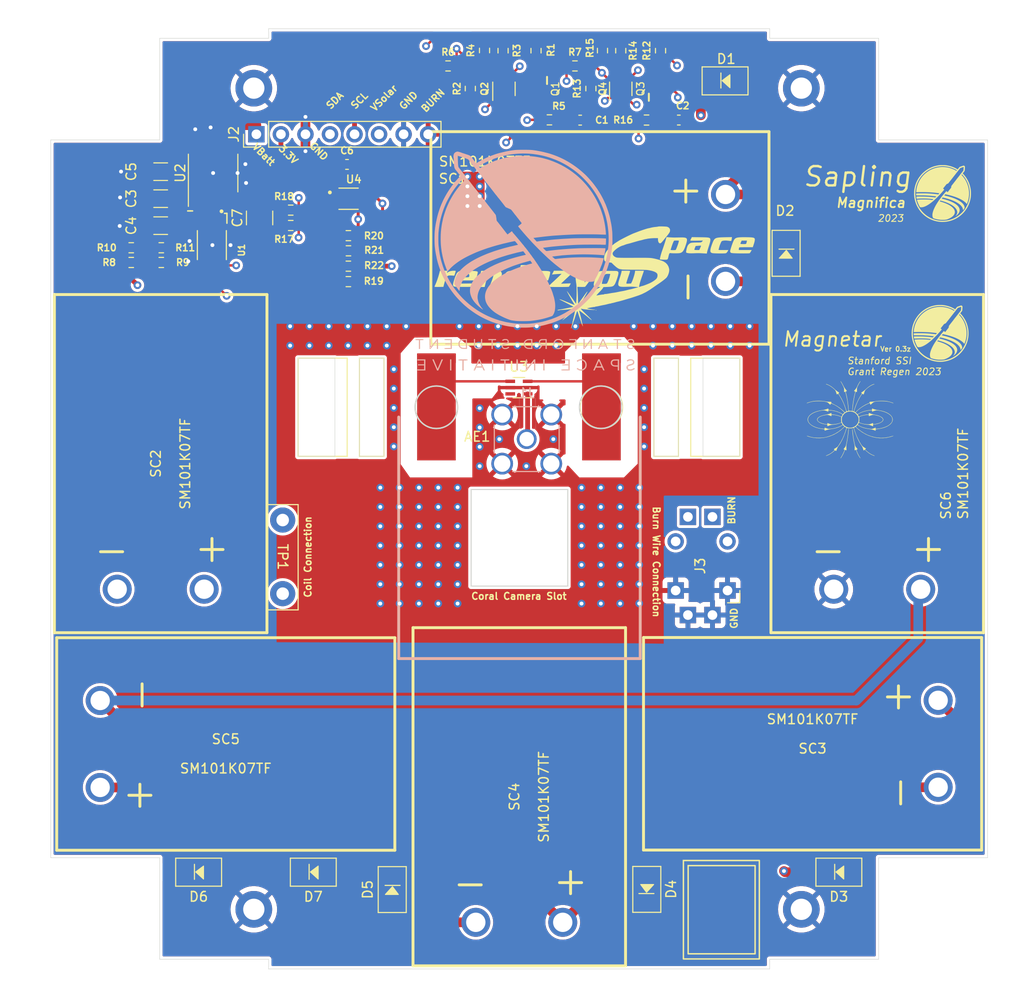
<source format=kicad_pcb>
(kicad_pcb (version 20211014) (generator pcbnew)
  (layers (0 "F.Cu" signal) (1 "In1.Cu" signal) (2 "In2.Cu" signal) (3 "In3.Cu" signal) (4 "In4.Cu" signal) (31 "B.Cu" signal) (34 "B.Paste" user) (35 "F.Paste" user) (36 "B.SilkS" user "B.Silkscreen") (37 "F.SilkS" user "F.Silkscreen") (38 "B.Mask" user) (39 "F.Mask" user) (44 "Edge.Cuts" user))
  (net 0 "")
  (net 1 "Net-(AE1-Pad1)")
  (net 2 "Net-(AE1-Pad2)")
  (net 3 "Net-(R5-Pad1)")
  (net 4 "GND")
  (net 5 "Net-(R16-Pad1)")
  (net 6 "Net-(C3-Pad2)")
  (net 7 "VBATT")
  (net 8 "+3V3")
  (net 9 "VSOLAR")
  (net 10 "Net-(D1-Pad2)")
  (net 11 "Net-(D2-Pad2)")
  (net 12 "Net-(D3-Pad2)")
  (net 13 "Net-(D4-Pad2)")
  (net 14 "Net-(D5-Pad2)")
  (net 15 "Net-(D6-Pad2)")
  (net 16 "Net-(J1-Pad1)")
  (net 17 "SDA")
  (net 18 "SCL")
  (net 19 "Net-(R1-Pad1)")
  (net 20 "Net-(R3-Pad2)")
  (net 21 "Net-(Q2-Pad2)")
  (net 22 "SCL_ISO")
  (net 23 "Net-(Q3-Pad3)")
  (net 24 "Net-(R14-Pad2)")
  (net 25 "Net-(Q4-Pad2)")
  (net 26 "SDA_ISO")
  (net 27 "Net-(R8-Pad2)")
  (net 28 "Net-(R10-Pad2)")
  (net 29 "Net-(R17-Pad1)")
  (net 30 "Coil_IN")
  (net 31 "Net-(R18-Pad1)")
  (net 32 "Coil_OUT")
  (net 33 "Net-(R19-Pad2)")
  (net 37 "BURN")
  (footprint "panels:SM101K07TF" (layer "F.Cu") (at 145.542 84.83 -90)
    (fp_text reference "SC2")
    (fp_text value "SM101K07TF")
  )
  (footprint "MountingHole:MountingHole_2.2mm_M2_DIN965_Pad_TopBottom" (layer "F.Cu") (at 155.182 45.9656)
    (fp_text reference "H2" hide)
    (fp_text value "~")
  )
  (footprint "panels:DO-214AC" (layer "F.Cu") (at 210.28 63.06 -90)
    (fp_text reference "D2")
    (fp_text value "CDBA240LL" hide)
  )
  (footprint "Resistor_SMD:R_0603_1608Metric" (layer "F.Cu") (at 185.783 49.246 180)
    (fp_text reference "R5")
    (fp_text value "200K")
  )
  (footprint "panels:DO-214AC" (layer "F.Cu") (at 161.34 127.12)
    (fp_text reference "D7")
    (fp_text value "CDBA240LL")
  )
  (footprint "Resistor_SMD:R_0603_1608Metric" (layer "F.Cu") (at 142.494 64.008)
    (fp_text reference "R8")
    (fp_text value "0")
  )
  (footprint "Resistor_SMD:R_0603_1608Metric" (layer "F.Cu") (at 164.97 64.39 180)
    (fp_text reference "R22")
    (fp_text value "0")
  )
  (footprint "Resistor_SMD:R_0603_1608Metric" (layer "F.Cu") (at 184.393 42.086 90)
    (fp_text reference "R1")
    (fp_text value "100K")
  )
  (footprint "panels:DRV8830DGQ" (layer "F.Cu") (at 150.94 62.1625 -90)
    (fp_text reference "U1")
    (fp_text value "DRV8830DGQ" hide)
  )
  (footprint "Resistor_SMD:R_0603_1608Metric" (layer "F.Cu") (at 193.163 42.086 -90)
    (fp_text reference "R14")
    (fp_text value "10K")
  )
  (footprint "Resistor_SMD:R_0603_1608Metric" (layer "F.Cu") (at 175.288 43.666)
    (fp_text reference "R6")
    (fp_text value "0")
  )
  (footprint "Resistor_SMD:R_0603_1608Metric" (layer "F.Cu") (at 159.005 60.18)
    (fp_text reference "R17")
    (fp_text value "0")
  )
  (footprint "Resistor_SMD:R_0603_1608Metric" (layer "F.Cu") (at 164.98 62.8 180)
    (fp_text reference "R21")
    (fp_text value "0")
  )
  (footprint "panels:SLAB_logo" (layer "F.Cu") (at 190.246 64.262)
    (fp_text reference "REF**" hide)
    (fp_text value "SLAB_logo" hide)
  )
  (footprint "panels:Burn_Wire_Connection" (layer "F.Cu") (at 206.466 101.773 180)
    (fp_text reference "J3")
    (fp_text value "Conn_01x02")
  )
  (footprint "panels:SM101K07TF" (layer "F.Cu") (at 182.66 119.31 -90)
    (fp_text reference "SC4")
    (fp_text value "SM101K07TF")
  )
  (footprint "Resistor_SMD:R_0603_1608Metric" (layer "F.Cu") (at 190.073 46.006 90)
    (fp_text reference "R13")
    (fp_text value "680")
  )
  (footprint "panels:logo_SSI_small" (layer "F.Cu") (at 226.314 57.15)
    (fp_text reference "REF**" hide)
    (fp_text value "logo_SSI_small" hide)
  )
  (footprint "Capacitor_SMD:C_1206_3216Metric" (layer "F.Cu") (at 145.542 60.198)
    (fp_text reference "C4")
    (fp_text value "10uF")
  )
  (footprint "Resistor_SMD:R_0603_1608Metric" (layer "F.Cu") (at 145.605 64.008)
    (fp_text reference "R9")
    (fp_text value "0")
  )
  (footprint "Resistor_SMD:R_0603_1608Metric" (layer "F.Cu") (at 164.97 65.99 180)
    (fp_text reference "R19")
    (fp_text value "0")
  )
  (footprint "panels:BSS138DWQ-7" (layer "F.Cu") (at 197.273 46.036 90)
    (fp_text reference "Q3")
    (fp_text value "BSS138DWQ-7" hide)
  )
  (footprint "panels:TestPointConnection" (layer "F.Cu") (at 157.67 94.49 -90)
    (fp_text reference "TP1")
    (fp_text value "Start/End Connection" hide)
  )
  (footprint "Resistor_SMD:R_0603_1608Metric" (layer "F.Cu") (at 188.423 43.666)
    (fp_text reference "R7")
    (fp_text value "0")
  )
  (footprint "Capacitor_SMD:C_1206_3216Metric" (layer "F.Cu") (at 145.542 54.61)
    (fp_text reference "C5")
    (fp_text value "10uF")
  )
  (footprint "panels:logo_SSI_small" (layer "F.Cu") (at 226.06 71.628)
    (fp_text reference "REF**" hide)
    (fp_text value "logo_SSI_small" hide)
  )
  (footprint "Resistor_SMD:R_0603_1608Metric" (layer "F.Cu") (at 142.494 62.484)
    (fp_text reference "R10")
    (fp_text value "0")
  )
  (footprint "MountingHole:MountingHole_2.2mm_M2_DIN965_Pad_TopBottom" (layer "F.Cu") (at 211.856 45.9656)
    (fp_text reference "H3")
    (fp_text value "~")
  )
  (footprint "panels:DO-214AC" (layer "F.Cu") (at 203.962 45.212)
    (fp_text reference "D1")
    (fp_text value "CDBA240LL" hide)
  )
  (footprint "panels:SM101K07TF" (layer "F.Cu") (at 191.008 61.468)
    (fp_text reference "SC1")
    (fp_text value "SM101K07TF")
  )
  (footprint "Resistor_SMD:R_0603_1608Metric" (layer "F.Cu") (at 164.97 61.23 180)
    (fp_text reference "R20")
    (fp_text value "0")
  )
  (footprint "Resistor_SMD:R_0603_1608Metric" (layer "F.Cu") (at 145.605 62.484)
    (fp_text reference "R11")
    (fp_text value "0")
  )
  (footprint "Resistor_SMD:R_0603_1608Metric" (layer "F.Cu") (at 179.063 42.066 90)
    (fp_text reference "R4")
    (fp_text value "10K")
  )
  (footprint "panels:OPT3001" (layer "F.Cu") (at 164.99 57.41)
    (fp_text reference "U4")
    (fp_text value "OPT3001")
  )
  (footprint "Package_TO_SOT_SMD:SOT-363_SC-70-6" (layer "F.Cu") (at 181.073 46.036 90)
    (fp_text reference "Q2")
    (fp_text value "MBT2222ADW1T1")
  )
  (footprint "Capacitor_SMD:C_0603_1608Metric" (layer "F.Cu") (at 188.963 49.276)
    (fp_text reference "C1")
    (fp_text value "10nF")
  )
  (footprint "panels:BSS138DWQ-7" (layer "F.Cu") (at 184.333 46.036 -90)
    (fp_text reference "Q1")
    (fp_text value "BSS138DWQ-7" hide)
  )
  (footprint "sapling:UHF_Dipole_Antenna_Mount" (layer "F.Cu") (at 182.626 80.264 180)
    (fp_text reference "AE1")
    (fp_text value "UHF_Dipole_Antenna" hide)
  )
  (footprint "Capacitor_SMD:C_1206_3216Metric" (layer "F.Cu") (at 145.542 57.404)
    (fp_text reference "C3")
    (fp_text value "10uF")
  )
  (footprint "panels:SM101K07TF" (layer "F.Cu") (at 213.02 113.83)
    (fp_text reference "SC3")
    (fp_text value "SM101K07TF")
  )
  (footprint "panels:SM101K07TF" (layer "F.Cu") (at 219.71 84.83 -90)
    (fp_text reference "SC6")
    (fp_text value "SM101K07TF")
  )
  (footprint "MountingHole:MountingHole_2.2mm_M2_DIN965_Pad_TopBottom" (layer "F.Cu") (at 211.856 130.9656)
    (fp_text reference "H4")
    (fp_text value "~")
  )
  (footprint "Resistor_SMD:R_0603_1608Metric" (layer "F.Cu") (at 177.593 46.006 -90)
    (fp_text reference "R2")
    (fp_text value "680")
  )
  (footprint "panels:SM101K07TF" (layer "F.Cu") (at 152.28 113.85 180)
    (fp_text reference "SC5")
    (fp_text value "SM101K07TF")
  )
  (footprint "panels:DO-214AC" (layer "F.Cu") (at 149.47 127.12)
    (fp_text reference "D6")
    (fp_text value "CDBA240LL")
  )
  (footprint "Package_SO:HTSOP-8-1EP_3.9x4.9mm_P1.27mm_EP2.4x3.2mm" (layer "F.Cu") (at 150.97 54.75 90)
    (fp_text reference "U2")
    (fp_text value "BD50GC0WEFJ")
  )
  (footprint "panels:DO-214AC" (layer "F.Cu") (at 215.74 127.12)
    (fp_text reference "D3")
    (fp_text value "CDBA240LL")
  )
  (footprint "Resistor_SMD:R_0603_1608Metric" (layer "F.Cu") (at 191.273 42.076 90)
    (fp_text reference "R15")
    (fp_text value "10K")
  )
  (footprint "panels:logo_magnet_1" (layer "F.Cu") (at 216.916 80.264)
    (fp_text reference "REF**" hide)
    (fp_text value "logo_magnet_1" hide)
  )
  (footprint "Capacitor_SMD:C_0603_1608Metric" (layer "F.Cu") (at 199.173 49.266)
    (fp_text reference "C2")
    (fp_text value "10nF")
  )
  (footprint "Resistor_SMD:R_0603_1608Metric" (layer "F.Cu") (at 159.005 58.59)
    (fp_text reference "R18")
    (fp_text value "0")
  )
  (footprint "Resistor_SMD:R_0603_1608Metric" (layer "F.Cu") (at 195.833 49.266 180)
    (fp_text reference "R16")
    (fp_text value "200K")
  )
  (footprint "MountingHole:MountingHole_2.2mm_M2_DIN965_Pad_TopBottom" (layer "F.Cu") (at 155.182 130.9656)
    (fp_text reference "H1")
    (fp_text value "~")
  )
  (footprint "Resistor_SMD:R_0603_1608Metric" (layer "F.Cu") (at 197.283 42.086 90)
    (fp_text reference "R12")
    (fp_text value "100K")
  )
  (footprint "RF_Converter:Balun_Johanson_5400BL15B050E" (layer "F.Cu") (at 182.626 76.962 180)
    (fp_text reference "U3")
    (fp_text value "HHM1589D1")
  )
  (footprint "panels:DO-214AC" (layer "F.Cu") (at 169.51 128.92 -90)
    (fp_text reference "D5")
    (fp_text value "CDBA240LL")
  )
  (footprint "Connector_PinHeader_2.54mm:PinHeader_1x08_P2.54mm_Vertical" (layer "F.Cu") (at 155.448 50.738 90)
    (fp_text reference "J2")
    (fp_text value "Screw_Terminal_01x08")
  )
  (footprint "Capacitor_SMD:C_1210_3225Metric" (layer "F.Cu") (at 155.78 59.4 90)
    (fp_text reference "C7")
    (fp_text value "XXuF")
  )
  (footprint "Package_TO_SOT_SMD:SOT-363_SC-70-6" (layer "F.Cu") (at 193.163 46.036 90)
    (fp_text reference "Q4")
    (fp_text value "MBT2222ADW1T1")
  )
  (footprint "panels:DO-214AC" (layer "F.Cu") (at 195.86 128.9 90)
    (fp_text reference "D4")
    (fp_text value "CDBA240LL")
  )
  (footprint "Capacitor_SMD:C_0603_1608Metric" (layer "F.Cu") (at 164.83 53.86)
    (fp_text reference "C6")
    (fp_text value "0.1uF")
  )
  (footprint "Resistor_SMD:R_0603_1608Metric" (layer "F.Cu") (at 180.983 42.086 -90)
    (fp_text reference "R3")
    (fp_text value "10K")
  )
  (footprint "panels:logo_SSI" (layer "B.Cu") (at 182.88 62.23 180)
    (fp_text reference "REF**" hide)
    (fp_text value "logo_SSI" hide)
  )
  (footprint "panels:SMA_Amphenol_901-144_Vertical" (layer "B.Cu") (at 183.431443 82.290965 180)
    (fp_text reference "J1")
    (fp_text value "SMA Connector Male")
  )
  (gr_line (start 170.18 105.01) (end 170.18 80.01) (layer "B.SilkS") (width 0.3))
  (gr_line (start 195.18 105.01) (end 170.18 105.01) (layer "B.SilkS") (width 0.3))
  (gr_line (start 195.18 105.01) (end 195.18 80.01) (layer "B.SilkS") (width 0.3))
  (gr_rect (start 199.65 125.91) (end 207.51 136.1) (layer "F.SilkS") (width 0.15) (fill none))
  (gr_line (start 148.59 58.674) (end 148.844 58.674) (layer "F.SilkS") (width 0.15))
  (gr_rect (start 200.14 126.44) (end 207.07 135.57) (layer "F.SilkS") (width 0.15) (fill none))
  (gr_line (start 152.4 59.944) (end 152.4 58.928) (layer "F.SilkS") (width 0.15))
  (gr_line (start 148.59 58.674) (end 148.336 58.674) (layer "F.SilkS") (width 0.15))
  (gr_line (start 152.4 58.928) (end 152.146 58.928) (layer "F.SilkS") (width 0.15))
  (gr_line locked (start 219.858 40.8068) (end 208.584 40.8068) (layer "Edge.Cuts") (width 0.05))
  (gr_line locked (start 205.486 84.074) (end 205.486 73.914) (layer "Edge.Cuts") (width 0.05))
  (gr_line locked (start 208.584 39.8068) (end 208.584 40.8068) (layer "Edge.Cuts") (width 0.05))
  (gr_circle locked (center 174.076 78.994) (end 174.076 76.794) (layer "Edge.Cuts") (width 0.15) (fill none))
  (gr_line locked (start 208.584 39.8068) (end 156.712 39.8068) (layer "Edge.Cuts") (width 0.05))
  (gr_line locked (start 219.856 136.1356) (end 219.856 125.62) (layer "Edge.Cuts") (width 0.05))
  (gr_line locked (start 201.676 73.914) (end 201.676 84.074) (layer "Edge.Cuts") (width 0.05))
  (gr_line (start 177.68 97.51) (end 187.68 97.51) (layer "Edge.Cuts") (width 0.1))
  (gr_line locked (start 156.712 40.8068) (end 145.438 40.8068) (layer "Edge.Cuts") (width 0.05))
  (gr_line locked (start 145.438 51.3224) (end 134.164 51.3224) (layer "Edge.Cuts") (width 0.05))
  (gr_line locked (start 201.676 84.074) (end 205.486 84.074) (layer "Edge.Cuts") (width 0.05))
  (gr_line locked (start 166.116 84.068965) (end 168.656 84.068965) (layer "Edge.Cuts") (width 0.05))
  (gr_line locked (start 219.858 51.3224) (end 219.858 40.8068) (layer "Edge.Cuts") (width 0.05))
  (gr_line locked (start 196.596 84.068965) (end 196.596 73.908965) (layer "Edge.Cuts") (width 0.05))
  (gr_line locked (start 199.136 84.068965) (end 196.596 84.068965) (layer "Edge.Cuts") (width 0.05))
  (gr_line locked (start 163.576 73.914) (end 159.766 73.914) (layer "Edge.Cuts") (width 0.05))
  (gr_line locked (start 159.766 84.074) (end 163.576 84.074) (layer "Edge.Cuts") (width 0.05))
  (gr_line (start 187.68 97.51) (end 187.68 87.51) (layer "Edge.Cuts") (width 0.1))
  (gr_line locked (start 205.486 73.914) (end 201.676 73.914) (layer "Edge.Cuts") (width 0.05))
  (gr_line locked (start 231.13 125.62) (end 219.856 125.62) (layer "Edge.Cuts") (width 0.05))
  (gr_line locked (start 145.436 125.62) (end 134.162 125.62) (layer "Edge.Cuts") (width 0.05))
  (gr_line locked (start 168.656 73.908965) (end 166.116 73.908965) (layer "Edge.Cuts") (width 0.05))
  (gr_line locked (start 145.438 51.3224) (end 145.438 40.8068) (layer "Edge.Cuts") (width 0.05))
  (gr_line locked (start 159.766 73.914) (end 159.766 84.074) (layer "Edge.Cuts") (width 0.05))
  (gr_line locked (start 156.71 137.1356) (end 156.71 136.1356) (layer "Edge.Cuts") (width 0.05))
  (gr_line locked (start 134.164 51.3224) (end 134.162 125.62) (layer "Edge.Cuts") (width 0.05))
  (gr_line locked (start 156.71 136.1356) (end 145.436 136.1356) (layer "Edge.Cuts") (width 0.05))
  (gr_line locked (start 219.856 136.1356) (end 208.582 136.1356) (layer "Edge.Cuts") (width 0.05))
  (gr_line locked (start 208.582 137.1356) (end 156.71 137.1356) (layer "Edge.Cuts") (width 0.05))
  (gr_line locked (start 231.13 125.62) (end 231.132 51.3224) (layer "Edge.Cuts") (width 0.05))
  (gr_line locked (start 196.596 73.908965) (end 199.136 73.908965) (layer "Edge.Cuts") (width 0.05))
  (gr_line locked (start 231.132 51.3224) (end 219.858 51.3224) (layer "Edge.Cuts") (width 0.05))
  (gr_line locked (start 156.712 40.8068) (end 156.712 39.8068) (layer "Edge.Cuts") (width 0.05))
  (gr_line (start 177.68 87.51) (end 187.68 87.51) (layer "Edge.Cuts") (width 0.1))
  (gr_line locked (start 166.116 73.908965) (end 166.116 84.068965) (layer "Edge.Cuts") (width 0.05))
  (gr_circle locked (center 191.094 78.994) (end 191.094 76.794) (layer "Edge.Cuts") (width 0.15) (fill none))
  (gr_line locked (start 163.576 84.074) (end 163.576 73.914) (layer "Edge.Cuts") (width 0.05))
  (gr_line (start 177.68 97.51) (end 177.68 87.51) (layer "Edge.Cuts") (width 0.1))
  (gr_line locked (start 199.136 73.908965) (end 199.136 84.068965) (layer "Edge.Cuts") (width 0.05))
  (gr_line locked (start 208.582 136.1356) (end 208.582 137.1356) (layer "Edge.Cuts") (width 0.05))
  (gr_line locked (start 168.656 84.068965) (end 168.656 73.908965) (layer "Edge.Cuts") (width 0.05))
  (gr_line locked (start 145.436 136.1356) (end 145.436 125.62) (layer "Edge.Cuts") (width 0.05))
  (gr_text "SDA" (at 163.576 47.244 45) (layer "F.SilkS") (effects (font (size 0.7 0.7))))
  (gr_text "3.3V\n" (at 158.75 52.832 -45) (layer "F.SilkS") (effects (font (size 0.7 0.7))))
  (gr_text "Coil Connection" (at 160.782 94.488 90) (layer "F.SilkS") (effects (font (size 0.7 0.7))))
  (gr_text "GND" (at 161.91 52.5 -45) (layer "F.SilkS") (effects (font (size 0.7 0.7))))
  (gr_text "Stanford SSI \nGrant Regen 2023" (at 216.56 74.748) (layer "F.SilkS") (effects (font (size 0.7 0.7) (thickness 0.1) italic) (justify left)))
  (gr_text "Magnetar" (at 215.04 71.948) (layer "F.SilkS") (effects (font (size 1.5 1.5) (thickness 0.2) italic)))
  (gr_text "BURN" (at 173.736 47.244 45) (layer "F.SilkS") (effects (font (size 0.7 0.7))))
  (gr_text "2023" (at 219.71 59.436) (layer "F.SilkS") (effects (font (size 0.7 0.7) (thickness 0.1) italic) (justify left)))
  (gr_text "GND\n" (at 171.196 47.244 45) (layer "F.SilkS") (effects (font (size 0.7 0.7))))
  (gr_text "SCL" (at 166.116 47.244 45) (layer "F.SilkS") (effects (font (size 0.7 0.7))))
  (gr_text "Burn Wire Connection\n" (at 196.85 94.996 270) (layer "F.SilkS") (effects (font (size 0.7 0.7))))
  (gr_text "VSolar" (at 168.656 46.99 45) (layer "F.SilkS") (effects (font (size 0.7 0.7))))
  (gr_text "Sapling" (at 217.678 55.118) (layer "F.SilkS") (effects (font (size 2 2) (thickness 0.25) italic)))
  (gr_text "VBatt" (at 156.21 52.832 -45) (layer "F.SilkS") (effects (font (size 0.7 0.7))))
  (gr_text "Coral Camera Slot" (at 182.626 98.552) (layer "F.SilkS") (effects (font (size 0.7 0.7))))
  (gr_text "Magnifica" (at 219.06 57.83) (layer "F.SilkS") (effects (font (size 1 1) (thickness 0.18) italic)))
  (gr_text "Ver 0.3z" (at 221.61 72.968) (layer "F.SilkS") (effects (font (size 0.5 0.5) (thickness 0.1))))
  (segment (start 183.526 76.312) (end 189.160408 76.312) (width 0.25) (layer "F.Cu") (net 1))
  (segment (start 181.726 76.312) (end 176.092478 76.312) (width 0.25) (layer "F.Cu") (net 2))
  (segment (start 184.333 47.686) (end 184.783 48.136) (width 0.25) (layer "F.Cu") (net 3))
  (segment (start 184.333 46.986) (end 184.333 47.686) (width 0.25) (layer "F.Cu") (net 3))
  (segment (start 186.433 48.136) (end 186.608 48.311) (width 0.25) (layer "F.Cu") (net 3))
  (segment (start 186.608 48.311) (end 186.608 49.246) (width 0.25) (layer "F.Cu") (net 3))
  (segment (start 186.593 49.231) (end 186.608 49.246) (width 0.25) (layer "F.Cu") (net 3))
  (segment (start 188.158 49.246) (end 188.188 49.276) (width 0.306) (layer "F.Cu") (net 3))
  (segment (start 184.783 48.136) (end 186.433 48.136) (width 0.25) (layer "F.Cu") (net 3))
  (segment (start 186.608 49.246) (end 188.158 49.246) (width 0.306) (layer "F.Cu") (net 3))
  (segment (start 149.84 60.1125) (end 149.84 61.2125) (width 0.25) (layer "F.Cu") (net 4))
  (segment (start 160.528 50.7236) (end 160.528 52.49) (width 1) (layer "F.Cu") (net 4))
  (segment (start 149.84 61.2125) (end 150.84 62.2125) (width 0.25) (layer "F.Cu") (net 4))
  (segment (start 150.8975 62.2125) (end 152.7725 62.2125) (width 1) (layer "F.Cu") (net 4))
  (segment (start 151.34 61.7125) (end 150.84 62.2125) (width 0.25) (layer "F.Cu") (net 4))
  (segment (start 150.84 62.2125) (end 150.8975 62.2125) (width 1) (layer "F.Cu") (net 4))
  (segment (start 160.528 50.7236) (end 160.528 48.938) (width 1) (layer "F.Cu") (net 4))
  (segment (start 150.97 54.75) (end 153.5 54.75) (width 1) (layer "F.Cu") (net 4))
  (segment (start 151.34 60.1125) (end 151.34 61.7125) (width 0.25) (layer "F.Cu") (net 4))
  (via (at 182.468 72.612) (size 0.8) (drill 0.4) (layers "F.Cu" "B.Cu") (net 4))
  (via (at 150.8975 62.2125) (size 0.8) (drill 0.4) (layers "F.Cu" "B.Cu") (net 4))
  (via (at 176.276 93.314) (size 0.8) (drill 0.4) (layers "F.Cu" "B.Cu") (net 4))
  (via (at 170.942 70.612) (size 0.8) (drill 0.4) (layers "F.Cu" "B.Cu") (net 4))
  (via (at 204.502 70.612) (size 0.8) (drill 0.4) (layers "F.Cu" "B.Cu") (net 4))
  (via (at 168.276 91.314) (size 0.8) (drill 0.4) (layers "F.Cu" "B.Cu") (net 4))
  (via (at 200.502 70.612) (size 0.8) (drill 0.4) (layers "F.Cu" "B.Cu") (net 4))
  (via (at 194.502 70.612) (size 0.8) (drill 0.4) (layers "F.Cu" "B.Cu") (net 4))
  (via (at 193.104 95.314) (size 0.8) (drill 0.4) (layers "F.Cu" "B.Cu") (net 4))
  (via (at 172.276 93.314) (size 0.8) (drill 0.4) (layers "F.Cu" "B.Cu") (net 4))
  (via (at 168.276 97.314) (size 0.8) (drill 0.4) (layers "F.Cu" "B.Cu") (net 4))
  (via (at 172.276 91.314) (size 0.8) (drill 0.4) (layers "F.Cu" "B.Cu") (net 4))
  (via (at 141.3 60.23) (size 0.8) (drill 0.4) (layers "F.Cu" "B.Cu") (net 4))
  (via (at 176.468 70.612) (size 0.8) (drill 0.4) (layers "F.Cu" "B.Cu") (net 4))
  (via (at 195.58 79.058) (size 0.8) (drill 0.4) (layers "F.Cu" "B.Cu") (net 4))
  (via (at 204.502 72.612) (size 0.8) (drill 0.4) (layers "F.Cu" "B.Cu") (net 4))
  (via (at 189.104 91.314) (size 0.8) (drill 0.4) (layers "F.Cu" "B.Cu") (net 4))
  (via (at 206.502 72.612) (size 0.8) (drill 0.4) (layers "F.Cu" "B.Cu") (net 4))
  (via (at 168.942 70.612) (size 0.8) (drill 0.4) (layers "F.Cu" "B.Cu") (net 4))
  (via (at 164.942 72.612) (size 0.8) (drill 0.4) (layers "F.Cu" "B.Cu") (net 4))
  (via (at 170.276 87.314) (size 0.8) (drill 0.4) (layers "F.Cu" "B.Cu") (net 4))
  (via (at 162.942 72.612) (size 0.8) (drill 0.4) (layers "F.Cu" "B.Cu") (net 4))
  (via (at 169.672 81.058) (size 0.8) (drill 0.4) (layers "F.Cu" "B.Cu") (net 4))
  (via (at 191.104 99.314) (size 0.8) (drill 0.4) (layers "F.Cu" "B.Cu") (net 4))
  (via (at 186.468 70.612) (size 0.8) (drill 0.4) (layers "F.Cu" "B.Cu") (net 4))
  (via (at 158.942 70.612) (size 0.8) (drill 0.4) (layers "F.Cu" "B.Cu") (net 4))
  (via (at 202.502 72.612) (size 0.8) (drill 0.4) (layers "F.Cu" "B.Cu") (net 4))
  (via (at 193.104 93.314) (size 0.8) (drill 0.4) (layers "F.Cu" "B.Cu") (net 4))
  (via (at 168.276 95.314) (size 0.8) (drill 0.4) (layers "F.Cu" "B.Cu") (net 4))
  (via (at 141.34 57.28) (size 0.8) (drill 0.4) (layers "F.Cu" "B.Cu") (net 4))
  (via (at 176.276 99.314) (size 0.8) (drill 0.4) (layers "F.Cu" "B.Cu") (net 4))
  (via (at 170.276 95.314) (size 0.8) (drill 0.4) (layers "F.Cu" "B.Cu") (net 4))
  (via (at 198.502 72.612) (size 0.8) (drill 0.4) (layers "F.Cu" "B.Cu") (net 4))
  (via (at 193.104 89.314) (size 0.8) (drill 0.4) (layers "F.Cu" "B.Cu") (net 4))
  (via (at 191.104 97.314) (size 0.8) (drill 0.4) (layers "F.Cu" "B.Cu") (net 4))
  (via (at 172.276 97.314) (size 0.8) (drill 0.4) (layers "F.Cu" "B.Cu") (net 4))
  (via (at 141.44 54.6) (size 0.8) (drill 0.4) (layers "F.Cu" "B.Cu") (net 4))
  (via (at 168.276 87.314) (size 0.8) (drill 0.4) (layers "F.Cu" "B.Cu") (net 4))
  (via (at 174.276 87.314) (size 0.8) (drill 0.4) (layers "F.Cu" "B.Cu") (net 4))
  (via (at 168.276 93.314) (size 0.8) (drill 0.4) (layers "F.Cu" "B.Cu") (net 4))
  (via (at 195.072 87.303622) (size 0.8) (drill 0.4) (layers "F.Cu" "B.Cu") (net 4))
  (via (at 191.104 89.314) (size 0.8) (drill 0.4) (layers "F.Cu" "B.Cu") (net 4))
  (via (at 172.276 87.314) (size 0.8) (drill 0.4) (layers "F.Cu" "B.Cu") (net 4))
  (via (at 168.276 99.314) (size 0.8) (drill 0.4) (layers "F.Cu" "B.Cu") (net 4))
  (via (at 196.502 70.612) (size 0.8) (drill 0.4) (layers "F.Cu" "B.Cu") (net 4))
  (via (at 195.072 91.303622) (size 0.8) (drill 0.4) (layers "F.Cu" "B.Cu") (net 4))
  (via (at 195.58 83.058) (size 0.8) (drill 0.4) (layers "F.Cu" "B.Cu") (net 4))
  (via (at 174.276 97.314) (size 0.8) (drill 0.4) (layers "F.Cu" "B.Cu") (net 4))
  (via (at 176.276 87.314) (size 0.8) (drill 0.4) (layers "F.Cu" "B.Cu") (net 4))
  (via (at 169.672 77.058) (size 0.8) (drill 0.4) (layers "F.Cu" "B.Cu") (net 4))
  (via (at 180.468 72.612) (size 0.8) (drill 0.4) (layers "F.Cu" "B.Cu") (net 4))
  (via (at 160.528 52.49) (size 0.8) (drill 0.4) (layers "F.Cu" "B.Cu") (net 4))
  (via (at 164.942 70.612) (size 0.8) (drill 0.4) (layers "F.Cu" "B.Cu") (net 4))
  (via (at 193.104 91.314) (size 0.8) (drill 0.4) (layers "F.Cu" "B.Cu") (net 4))
  (via (at 183.388 85.09) (size 0.8) (drill 0.4) (layers "F.Cu" "B.Cu") (net 4))
  (via (at 189.104 93.314) (size 0.8) (drill 0.4) (layers "F.Cu" "B.Cu") (net 4))
  (via (at 202.502 70.612) (size 0.8) (drill 0.4) (layers "F.Cu" "B.Cu") (net 4))
  (via (at 198.502 70.612) (size 0.8) (drill 0.4) (layers "F.Cu" "B.Cu") (net 4))
  (via (at 191.104 91.314) (size 0.8) (drill 0.4) (layers "F.Cu" "B.Cu") (net 4))
  (via (at 169.672 83.058) (size 0.8) (drill 0.4) (layers "F.Cu" "B.Cu") (net 4))
  (via (at 178.562 81.09) (size 0.8) (drill 0.4) (layers "F.Cu" "B.Cu") (net 4))
  (via (at 168.942 72.612) (size 0.8) (drill 0.4) (layers "F.Cu" "B.Cu") (net 4))
  (via (at 195.072 89.303622) (size 0.8) (drill 0.4) (layers "F.Cu" "B.Cu") (net 4))
  (via (at 195.072 93.303622) (size 0.8) (drill 0.4) (layers "F.Cu" "B.Cu") (net 4))
  (via (at 191.104 87.314) (size 0.8) (drill 0.4) (layers "F.Cu" "B.Cu") (net 4))
  (via (at 176.276 97.314) (size 0.8) (drill 0.4) (layers "F.Cu" "B.Cu") (net 4))
  (via (at 170.276 89.314) (size 0.8) (drill 0.4) (layers "F.Cu" "B.Cu") (net 4))
  (via (at 178.468 72.612) (size 0.8) (drill 0.4) (layers "F.Cu" "B.Cu") (net 4))
  (via (at 200.502 72.612) (size 0.8) (drill 0.4) (layers "F.Cu" "B.Cu") (net 4))
  (via (at 168.276 89.314) (size 0.8) (drill 0.4) (layers "F.Cu" "B.Cu") (net 4))
  (via (at 166.942 72.612) (size 0.8) (drill 0.4) (layers "F.Cu" "B.Cu") (net 4))
  (via (at 148.53 61.79) (size 0.8) (drill 0.4) (layers "F.Cu" "B.Cu") (net 4))
  (via (at 193.104 87.314) (size 0.8) (drill 0.4) (layers "F.Cu" "B.Cu") (net 4))
  (via (at 184.468 72.612) (size 0.8) (drill 0.4) (layers "F.Cu" "B.Cu") (net 4))
  (via (at 193.104 99.314) (size 0.8) (drill 0.4) (layers "F.Cu" "B.Cu") (net 4))
  (via (at 186.468 72.612) (size 0.8) (drill 0.4) (layers "F.Cu" "B.Cu") (net 4))
  (via (at 154.31 53.83) (size 0.8) (drill 0.4) (layers "F.Cu" "B.Cu") (net 4))
  (via (at 160.942 70.612) (size 0.8) (drill 0.4) (layers "F.Cu" "B.Cu") (net 4))
  (via (at 189.104 89.314) (size 0.8) (drill 0.4) (layers "F.Cu" "B.Cu") (net 4))
  (via (at 176.276 91.314) (size 0.8) (drill 0.4) (layers "F.Cu" "B.Cu") (net 4))
  (via (at 170.276 97.314) (size 0.8) (drill 0.4) (layers "F.Cu" "B.Cu") (net 4))
  (via (at 150.97 54.75) (size 0.8) (drill 0.4) (layers "F.Cu" "B.Cu") (net 4))
  (via (at 195.58 77.058) (size 0.8) (drill 0.4) (layers "F.Cu" "B.Cu") (net 4))
  (via (at 148.4 63.89) (size 0.8) (drill 0.4) (layers "F.Cu" "B.Cu") (net 4))
  (via (at 189.104 99.314) (size 0.8) (drill 0.4) (layers "F.Cu" "B.Cu") (net 4))
  (via (at 182.468 70.612) (size 0.8) (drill 0.4) (layers "F.Cu" "B.Cu") (net 4))
  (via (at 196.502 72.612) (size 0.8) (drill 0.4) (layers "F.Cu" "B.Cu") (net 4))
  (via (at 170.276 93.314) (size 0.8) (drill 0.4) (layers "F.Cu" "B.Cu") (net 4))
  (via (at 174.276 99.314) (size 0.8) (drill 0.4) (layers "F.Cu" "B.Cu") (net 4))
  (via (at 184.468 70.612) (size 0.8) (drill 0.4) (layers "F.Cu" "B.Cu") (net 4))
  (via (at 195.072 95.303622) (size 0.8) (drill 0.4) (layers "F.Cu" "B.Cu") (net 4))
  (via (at 174.276 95.314) (size 0.8) (drill 0.4) (layers "F.Cu" "B.Cu") (net 4))
  (via (at 169.672 75.058) (size 0.8) (drill 0.4) (layers "F.Cu" "B.Cu") (net 4))
  (via (at 195.58 75.058) (size 0.8) (drill 0.4) (layers "F.Cu" "B.Cu") (net 4))
  (via (at 178.468 70.612) (size 0.8) (drill 0.4) (layers "F.Cu" "B.Cu") (net 4))
  (via (at 186.182 82.296) (size 0.8) (drill 0.4) (layers "F.Cu" "B.Cu") (net 4))
  (via (at 169.672 79.058) (size 0.8) (drill 0.4) (layers "F.Cu" "B.Cu") (net 4))
  (via (at 195.58 81.058) (size 0.8) (drill 0.4) (layers "F.Cu" "B.Cu") (net 4))
  (via (at 166.942 70.612) (size 0.8) (drill 0.4) (layers "F.Cu" "B.Cu") (net 4))
  (via (at 180.468 70.612) (size 0.8) (drill 0.4) (layers "F.Cu" "B.Cu") (net 4))
  (via (at 174.276 89.314) (size 0.8) (drill 0.4) (layers "F.Cu" "B.Cu") (net 4))
  (via (at 189.104 97.314) (size 0.8) (drill 0.4) (layers "F.Cu" "B.Cu") (net 4))
  (via (at 172.276 89.314) (size 0.8) (drill 0.4) (layers "F.Cu" "B.Cu") (net 4))
  (via (at 206.502 70.612) (size 0.8) (drill 0.4) (layers "F.Cu" "B.Cu") (net 4))
  (via (at 178.562 83.09) (size 0.8) (drill 0.4) (layers "F.Cu" "B.Cu") (net 4))
  (via (at 176.276 95.314) (size 0.8) (drill 0.4) (layers "F.Cu" "B.Cu") (net 4))
  (via (at 149.12 50.22) (size 0.8) (drill 0.4) (layers "F.Cu" "B.Cu") (net 4))
  (via (at 193.104 97.314) (size 0.8) (drill 0.4) (layers "F.Cu" "B.Cu") (net 4))
  (via (at 174.276 93.314) (size 0.8) (drill 0.4) (layers "F.Cu" "B.Cu") (net 4))
  (via (at 191.104 95.314) (size 0.8) (drill 0.4) (layers "F.Cu" "B.Cu") (net 4))
  (via (at 160.528 48.938) (size 0.8) (drill 0.4) (layers "F.Cu" "B.Cu") (net 4))
  (via (at 158.942 72.612) (size 0.8) (drill 0.4) (layers "F.Cu" "B.Cu") (net 4))
  (via (at 195.072 99.303622) (size 0.8) (drill 0.4) (layers "F.Cu" "B.Cu") (net 4))
  (via (at 160.942 72.612) (size 0.8) (drill 0.4) (layers "F.Cu" "B.Cu") (net 4))
  (via (at 189.104 95.314) (size 0.8) (drill 0.4) (layers "F.Cu" "B.Cu") (net 4))
  (via (at 189.104 87.314) (size 0.8) (drill 0.4) (layers "F.Cu" "B.Cu") (net 4))
  (via (at 172.276 99.314) (size 0.8) (drill 0.4) (layers "F.Cu" "B.Cu") (net 4))
  (via (at 153.5 54.75) (size 0.8) (drill 0.4) (layers "F.Cu" "B.Cu") (net 4))
  (via (at 176.276 89.314) (size 0.8) (drill 0.4) (layers "F.Cu" "B.Cu") (net 4))
  (via (at 172.276 95.314) (size 0.8) (drill 0.4) (layers "F.Cu" "B.Cu") (net 4))
  (via (at 170.276 99.314) (size 0.8) (drill 0.4) (layers "F.Cu" "B.Cu") (net 4))
  (via (at 154.38 55.78) (size 0.8) (drill 0.4) (layers "F.Cu" "B.Cu") (net 4))
  (via (at 188.468 70.612) (size 0.8) (drill 0.4) (layers "F.Cu" "B.Cu") (net 4))
  (via (at 191.104 93.314) (size 0.8) (drill 0.4) (layers "F.Cu" "B.Cu") (net 4))
  (via (at 174.276 91.314) (size 0.8) (drill 0.4) (layers "F.Cu" "B.Cu") (net 4))
  (via (at 180.594 82.296) (size 0.8) (drill 0.4) (layers "F.Cu" "B.Cu") (net 4))
  (via (at 178.562 85.09) (size 0.8) (drill 0.4) (layers "F.Cu" "B.Cu") (net 4))
  (via (at 178.562 79.09) (size 0.8) (drill 0.4) (layers "F.Cu" "B.Cu") (net 4))
  (via (at 162.942 70.612) (size 0.8) (drill 0.4) (layers "F.Cu" "B.Cu") (net 4))
  (via (at 195.072 97.303622) (size 0.8) (drill 0.4) (layers "F.Cu" "B.Cu") (net 4))
  (via (at 152.7725 62.2125) (size 0.8) (drill 0.4) (layers "F.Cu" "B.Cu") (net 4))
  (via (at 170.276 91.314) (size 0.8) (drill 0.4) (layers "F.Cu" "B.Cu") (net 4))
  (via (at 150.71 50.03) (size 0.8) (drill 0.4) (layers "F.Cu" "B.Cu") (net 4))
  (segment (start 197.283 45.076) (end 197.273 45.086) (width 0.25) (layer "F.Cu") (net 5))
  (segment (start 196.658 49.266) (end 198.398 49.266) (width 0.306) (layer "F.Cu") (net 5))
  (segment (start 197.65 48.04) (end 199.85 48.04) (width 0.306) (layer "F.Cu") (net 5))
  (segment (start 196.658 49.032) (end 197.65 48.04) (width 0.306) (layer "F.Cu") (net 5))
  (segment (start 200.07 45.96) (end 199.89 45.78) (width 0.306) (layer "F.Cu") (net 5))
  (segment (start 199.85 48.04) (end 200.07 47.82) (width 0.306) (layer "F.Cu") (net 5))
  (segment (start 197.56 45.78) (end 197.273 45.493) (width 0.306) (layer "F.Cu") (net 5))
  (segment (start 200.07 47.82) (end 200.07 45.96) (width 0.306) (layer "F.Cu") (net 5))
  (segment (start 199.89 45.78) (end 197.56 45.78) (width 0.306) (layer "F.Cu") (net 5))
  (segment (start 196.658 49.266) (end 196.658 49.032) (width 0.306) (layer "F.Cu") (net 5))
  (segment (start 197.273 45.493) (end 197.273 45.086) (width 0.306) (layer "F.Cu") (net 5))
  (segment (start 150.34 60.1125) (end 150.34 57.405) (width 0.25) (layer "F.Cu") (net 6))
  (segment (start 147.017 57.404) (end 149.061 57.404) (width 1) (layer "F.Cu") (net 6))
  (segment (start 149.061 57.404) (end 149.065 57.4) (width 1) (layer "F.Cu") (net 6))
  (segment (start 147.017 57.404) (end 147.017 60.198) (width 1) (layer "F.Cu") (net 6))
  (segment (start 149.065 57.4) (end 150.335 57.4) (width 1) (layer "F.Cu") (net 6))
  (segment (start 150.34 57.405) (end 150.335 57.4) (width 0.25) (layer "F.Cu") (net 6))
  (segment (start 152.875 49.415) (end 153.2556 49.7956) (width 1) (layer "F.Cu") (net 7))
  (segment (start 147.017 52.763) (end 147.68 52.1) (width 1) (layer "F.Cu") (net 7))
  (segment (start 147.017 53.313) (end 147.017 52.763) (width 1) (layer "F.Cu") (net 7))
  (segment (start 152.05 48.59) (end 148.57 48.59) (width 1) (layer "F.Cu") (net 7))
  (segment (start 152.875 49.415) (end 152.05 48.59) (width 1) (layer "F.Cu") (net 7))
  (segment (start 152.875 52.1) (end 152.875 49.415) (width 1) (layer "F.Cu") (net 7))
  (segment (start 141.669 64.008) (end 141.669 64.889) (width 0.5) (layer "F.Cu") (net 7))
  (segment (start 148.57 48.59) (end 147.017 50.143) (width 1) (layer "F.Cu") (net 7))
  (segment (start 147.017 54.61) (end 147.017 53.313) (width 1) (layer "F.Cu") (net 7))
  (segment (start 147.68 52.1) (end 149.065 52.1) (width 1) (layer "F.Cu") (net 7))
  (segment (start 141.669 62.484) (end 141.669 64.008) (width 0.5) (layer "F.Cu") (net 7))
  (segment (start 147.017 50.143) (end 147.017 53.313) (width 1) (layer "F.Cu") (net 7))
  (segment (start 141.669 64.889) (end 143.14 66.36) (width 0.5) (layer "F.Cu") (net 7))
  (segment (start 153.2556 49.7956) (end 155.448 49.7956) (width 1) (layer "F.Cu") (net 7))
  (via (at 143.14 66.36) (size 0.8) (drill 0.4) (layers "F.Cu" "B.Cu") (net 7))
  (segment (start 164.055 56.7) (end 163.995 56.76) (width 0.306) (layer "F.Cu") (net 8))
  (segment (start 178.018 41.241) (end 177.273 40.496) (width 0.306) (layer "F.Cu") (net 8))
  (segment (start 159.27 53.86) (end 157.988 52.578) (width 0.5) (layer "F.Cu") (net 8))
  (segment (start 164.055 53.86) (end 164.055 56.7) (width 0.306) (layer "F.Cu") (net 8))
  (segment (start 157.988 52.578) (end 157.988 50.738) (width 0.5) (layer "F.Cu") (net 8))
  (segment (start 193.163 41.261) (end 197.283 41.261) (width 0.306) (layer "F.Cu") (net 8))
  (segment (start 164.055 53.86) (end 159.27 53.86) (width 0.5) (layer "F.Cu") (net 8))
  (segment (start 174.124 40.496) (end 173.01 41.61) (width 0.25) (layer "F.Cu") (net 8))
  (segment (start 173.08 41.54) (end 173.01 41.61) (width 0.306) (layer "F.Cu") (net 8))
  (segment (start 184.393 41.261) (end 191.263 41.261) (width 0.306) (layer "F.Cu") (net 8))
  (segment (start 191.273 41.251) (end 193.153 41.251) (width 0.306) (layer "F.Cu") (net 8))
  (segment (start 193.153 41.251) (end 193.163 41.261) (width 0.306) (layer "F.Cu") (net 8))
  (segment (start 177.273 40.496) (end 174.124 40.496) (width 0.25) (layer "F.Cu") (net 8))
  (segment (start 165.795 64.39) (end 169.46 64.39) (width 0.5) (layer "F.Cu") (net 8))
  (segment (start 180.963 41.241) (end 180.983 41.261) (width 0.306) (layer "F.Cu") (net 8))
  (segment (start 179.063 41.241) (end 180.963 41.241) (width 0.306) (layer "F.Cu") (net 8))
  (segment (start 179.063 41.241) (end 178.018 41.241) (width 0.306) (layer "F.Cu") (net 8))
  (segment (start 191.263 41.261) (end 191.273 41.251) (width 0.306) (layer "F.Cu") (net 8))
  (segment (start 180.983 41.261) (end 184.393 41.261) (width 0.306) (layer "F.Cu") (net 8))
  (via (at 173.01 41.61) (size 0.8) (drill 0.4) (layers "F.Cu" "B.Cu") (net 8))
  (via (at 169.46 64.39) (size 0.8) (drill 0.4) (layers "F.Cu" "B.Cu") (net 8))
  (segment (start 201.4576 45.7164) (end 201.962 45.212) (width 1) (layer "F.Cu") (net 9))
  (segment (start 201.4576 48.7776) (end 201.4576 45.7164) (width 1) (layer "F.Cu") (net 9))
  (via (at 201.4576 48.7776) (size 0.8) (drill 0.4) (layers "F.Cu" "B.Cu") (net 9))
  (segment (start 206.188 56.968) (end 210.28 61.06) (width 1) (layer "F.Cu") (net 10))
  (segment (start 205.962 54.506) (end 205.962 45.212) (width 1) (layer "F.Cu") (net 10))
  (segment (start 203.5 56.968) (end 206.188 56.968) (width 1) (layer "F.Cu") (net 10))
  (segment (start 203.5 56.968) (end 205.962 54.506) (width 1) (layer "F.Cu") (net 10))
  (segment (start 210.178 127.12) (end 210.058 127) (width 1) (layer "F.Cu") (net 11))
  (segment (start 213.74 127.12) (end 210.178 127.12) (width 1) (layer "F.Cu") (net 11))
  (segment (start 203.5 65.968) (end 209.372 65.968) (width 1) (layer "F.Cu") (net 11))
  (segment (start 209.372 65.968) (end 210.28 65.06) (width 1) (layer "F.Cu") (net 11))
  (via (at 210.058 127) (size 0.8) (drill 0.4) (layers "F.Cu" "B.Cu") (net 11))
  (segment (start 205.22 130.9) (end 208.76 134.44) (width 1) (layer "F.Cu") (net 12))
  (segment (start 195.86 130.9) (end 205.22 130.9) (width 1) (layer "F.Cu") (net 12))
  (segment (start 217.74 132.43) (end 217.74 127.12) (width 1) (layer "F.Cu") (net 12))
  (segment (start 215.73 134.44) (end 217.74 132.43) (width 1) (layer "F.Cu") (net 12))
  (segment (start 220.31 122.69) (end 228.11 122.69) (width 1) (layer "F.Cu") (net 12))
  (segment (start 228.11 122.69) (end 229.43 121.37) (width 1) (layer "F.Cu") (net 12))
  (segment (start 229.43 112.74) (end 226.02 109.33) (width 1) (layer "F.Cu") (net 12))
  (segment (start 217.74 127.12) (end 217.74 125.26) (width 1) (layer "F.Cu") (net 12))
  (segment (start 208.76 134.44) (end 215.73 134.44) (width 1) (layer "F.Cu") (net 12))
  (segment (start 217.74 125.26) (end 220.31 122.69) (width 1) (layer "F.Cu") (net 12))
  (segment (start 229.43 121.37) (end 229.43 112.74) (width 1) (layer "F.Cu") (net 12))
  (segment (start 181.77 126.92) (end 169.51 126.92) (width 1) (layer "F.Cu") (net 13))
  (segment (start 187.16 132.31) (end 192.57 126.9) (width 1) (layer "F.Cu") (net 13))
  (segment (start 195.86 123.24) (end 200.77 118.33) (width 1) (layer "F.Cu") (net 13))
  (segment (start 195.86 126.9) (end 195.86 123.24) (width 1) (layer "F.Cu") (net 13))
  (segment (start 187.16 132.31) (end 181.77 126.92) (width 1) (layer "F.Cu") (net 13))
  (segment (start 192.57 126.9) (end 195.86 126.9) (width 1) (layer "F.Cu") (net 13))
  (segment (start 200.77 118.33) (end 226.02 118.33) (width 1) (layer "F.Cu") (net 13))
  (segment (start 147.47 127.12) (end 147.47 123.848) (width 1) (layer "F.Cu") (net 14))
  (segment (start 178.16 132.31) (end 170.9 132.31) (width 1) (layer "F.Cu") (net 14))
  (segment (start 147.47 123.848) (end 141.972 118.35) (width 1) (layer "F.Cu") (net 14))
  (segment (start 170.9 132.31) (end 169.51 130.92) (width 1) (layer "F.Cu") (net 14))
  (segment (start 141.972 118.35) (end 139.28 118.35) (width 1) (layer "F.Cu") (net 14))
  (segment (start 159.34 127.12) (end 151.47 127.12) (width 1) (layer "F.Cu") (net 15))
  (segment (start 151.47 121.54) (end 139.28 109.35) (width 1) (layer "F.Cu") (net 15))
  (segment (start 151.47 127.12) (end 151.47 121.54) (width 1) (layer "F.Cu") (net 15))
  (segment (start 223.956 102.942) (end 217.548 109.35) (width 1) (layer "B.Cu") (net 15))
  (segment (start 223.956 97.83) (end 223.956 102.942) (width 1) (layer "B.Cu") (net 15))
  (segment (start 217.548 109.35) (end 139.28 109.35) (width 1) (layer "B.Cu") (net 15))
  (segment (start 183.526 77.612) (end 183.526 82.196408) (width 0.5) (layer "F.Cu") (net 16))
  (segment (start 194.503 47.676) (end 194.813 47.676) (width 0.25) (layer "F.Cu") (net 17))
  (segment (start 192.513 46.986) (end 191.813 46.986) (width 0.25) (layer "F.Cu") (net 17))
  (segment (start 187.553 43.711) (end 187.598 43.666) (width 0.25) (layer "F.Cu") (net 17))
  (segment (start 193.813 46.986) (end 194.503 47.676) (width 0.25) (layer "F.Cu") (net 17))
  (segment (start 191.813 46.986) (end 191.513 47.286) (width 0.25) (layer "F.Cu") (net 17))
  (segment (start 187.553 45.236) (end 187.553 43.711) (width 0.25) (layer "F.Cu") (net 17))
  (via (at 191.513 47.286) (size 0.8) (drill 0.4) (layers "F.Cu" "B.Cu") (net 17))
  (via (at 187.553 45.236) (size 0.8) (drill 0.4) (layers "F.Cu" "B.Cu") (net 17))
  (via (at 194.813 47.676) (size 0.8) (drill 0.4) (layers "F.Cu" "B.Cu") (net 17))
  (segment (start 181.723 46.986) (end 181.723 51.166) (width 0.25) (layer "F.Cu") (net 18))
  (segment (start 181.723 51.166) (end 181.298 51.591) (width 0.25) (layer "F.Cu") (net 18))
  (segment (start 174.463 43.666) (end 168.424 43.666) (width 0.5) (layer "F.Cu") (net 18))
  (segment (start 180.283 46.986) (end 179.113 48.156) (width 0.25) (layer "F.Cu") (net 18))
  (segment (start 180.423 46.986) (end 180.283 46.986) (width 0.25) (layer "F.Cu") (net 18))
  (segment (start 168.424 43.666) (end 165.608 46.482) (width 0.5) (layer "F.Cu") (net 18))
  (segment (start 165.608 46.482) (end 165.608 50.738) (width 0.5) (layer "F.Cu") (net 18))
  (via (at 179.113 48.156) (size 0.8) (drill 0.4) (layers "F.Cu" "B.Cu") (net 18))
  (via (at 181.298 51.591) (size 0.8) (drill 0.4) (layers "F.Cu" "B.Cu") (net 18))
  (segment (start 184.333 45.086) (end 184.333 42.971) (width 0.25) (layer "F.Cu") (net 19))
  (segment (start 183.683 45.086) (end 184.333 45.086) (width 0.25) (layer "F.Cu") (net 19))
  (segment (start 184.333 42.971) (end 184.393 42.911) (width 0.25) (layer "F.Cu") (net 19))
  (segment (start 181.528978 46.066) (end 181.073 45.610022) (width 0.25) (layer "F.Cu") (net 20))
  (segment (start 181.073 45.610022) (end 181.073 45.086) (width 0.25) (layer "F.Cu") (net 20))
  (segment (start 184.613 46.066) (end 181.528978 46.066) (width 0.25) (layer "F.Cu") (net 20))
  (segment (start 177.593 45.181) (end 178.948 45.181) (width 0.25) (layer "F.Cu") (net 20))
  (segment (start 180.637022 46.046) (end 181.073 45.610022) (width 0.25) (layer "F.Cu") (net 20))
  (segment (start 179.813 46.046) (end 180.637022 46.046) (width 0.25) (layer "F.Cu") (net 20))
  (segment (start 184.983 46.436) (end 184.613 46.066) (width 0.25) (layer "F.Cu") (net 20))
  (segment (start 184.983 46.986) (end 184.983 46.436) (width 0.25) (layer "F.Cu") (net 20))
  (segment (start 181.073 43.001) (end 180.983 42.911) (width 0.25) (layer "F.Cu") (net 20))
  (segment (start 181.073 45.086) (end 181.073 43.001) (width 0.25) (layer "F.Cu") (net 20))
  (segment (start 178.948 45.181) (end 179.813 46.046) (width 0.25) (layer "F.Cu") (net 20))
  (segment (start 177.983 49.576) (end 177.593 49.186) (width 0.25) (layer "F.Cu") (net 21))
  (segment (start 179.773 49.576) (end 177.983 49.576) (width 0.25) (layer "F.Cu") (net 21))
  (segment (start 181.073 46.986) (end 181.073 48.276) (width 0.25) (layer "F.Cu") (net 21))
  (segment (start 181.073 48.276) (end 179.773 49.576) (width 0.25) (layer "F.Cu") (net 21))
  (segment (start 177.593 49.186) (end 177.593 46.831) (width 0.25) (layer "F.Cu") (net 21))
  (segment (start 179.063 42.891) (end 177.188 42.891) (width 0.25) (layer "F.Cu") (net 22))
  (segment (start 151.84 64.3125) (end 153.3575 64.3125) (width 0.25) (layer "F.Cu") (net 22))
  (segment (start 181.723 44.686) (end 182.713 43.696) (width 0.25) (layer "F.Cu") (net 22))
  (segment (start 176.173 43.606) (end 176.113 43.666) (width 0.25) (layer "F.Cu") (net 22))
  (segment (start 165.985 58.06) (end 165.985 59.535) (width 0.306) (layer "F.Cu") (net 22))
  (segment (start 180.423 45.086) (end 179.063 43.726) (width 0.25) (layer "F.Cu") (net 22))
  (segment (start 165.985 59.535) (end 165.985 61.04) (width 0.306) (layer "F.Cu") (net 22))
  (segment (start 176.173 41.876) (end 176.173 43.606) (width 0.25) (layer "F.Cu") (net 22))
  (segment (start 181.723 45.086) (end 181.723 44.686) (width 0.25) (layer "F.Cu") (net 22))
  (segment (start 179.063 43.726) (end 179.063 42.891) (width 0.25) (layer "F.Cu") (net 22))
  (segment (start 184.958 49.246) (end 183.503 49.246) (width 0.25) (layer "F.Cu") (net 22))
  (segment (start 165.985 61.04) (end 165.795 61.23) (width 0.306) (layer "F.Cu") (net 22))
  (segment (start 177.188 42.891) (end 176.173 41.876) (width 0.25) (layer "F.Cu") (net 22))
  (segment (start 183.503 49.246) (end 183.473 49.276) (width 0.25) (layer "F.Cu") (net 22))
  (via (at 183.473 49.276) (size 0.8) (drill 0.4) (layers "F.Cu" "B.Cu") (net 22))
  (via (at 165.985 59.535) (size 0.8) (drill 0.4) (layers "F.Cu" "B.Cu") (net 22))
  (via (at 153.3575 64.3125) (size 0.8) (drill 0.4) (layers "F.Cu" "B.Cu") (net 22))
  (via (at 176.173 41.876) (size 0.8) (drill 0.4) (layers "F.Cu" "B.Cu") (net 22))
  (via (at 182.713 43.696) (size 0.8) (drill 0.4) (layers "F.Cu" "B.Cu") (net 22))
  (segment (start 197.283 42.911) (end 198.281 42.911) (width 0.25) (layer "F.Cu") (net 23))
  (segment (start 197.41 46.3) (end 198.75 46.3) (width 0.25) (layer "F.Cu") (net 23))
  (segment (start 197.273 46.986) (end 197.923 46.986) (width 0.25) (layer "F.Cu") (net 23))
  (segment (start 197.273 46.437) (end 197.41 46.3) (width 0.25) (layer "F.Cu") (net 23))
  (segment (start 198.281 42.911) (end 198.99 43.62) (width 0.25) (layer "F.Cu") (net 23))
  (segment (start 198.75 46.3) (end 199.07 46.62) (width 0.25) (layer "F.Cu") (net 23))
  (segment (start 197.273 46.986) (end 197.273 46.437) (width 0.25) (layer "F.Cu") (net 23))
  (segment (start 199.07 46.62) (end 199.07 46.93) (width 0.25) (layer "F.Cu") (net 23))
  (via (at 199.07 46.93) (size 0.8) (drill 0.4) (layers "F.Cu" "B.Cu") (net 23))
  (via (at 198.99 43.62) (size 0.8) (drill 0.4) (layers "F.Cu" "B.Cu") (net 23))
  (segment (start 190.073 45.181) (end 190.608 45.181) (width 0.25) (layer "F.Cu") (net 24))
  (segment (start 193.163 45.746) (end 193.443 46.026) (width 0.25) (layer "F.Cu") (net 24))
  (segment (start 190.608 45.181) (end 191.473 46.046) (width 0.25) (layer "F.Cu") (net 24))
  (segment (start 193.443 46.026) (end 195.153 46.026) (width 0.25) (layer "F.Cu") (net 24))
  (segment (start 191.473 46.046) (end 192.863 46.046) (width 0.25) (layer "F.Cu") (net 24))
  (segment (start 193.163 45.746) (end 193.163 45.086) (width 0.25) (layer "F.Cu") (net 24))
  (segment (start 196.093 45.086) (end 196.623 45.086) (width 0.25) (layer "F.Cu") (net 24))
  (segment (start 195.153 46.026) (end 196.093 45.086) (width 0.25) (layer "F.Cu") (net 24))
  (segment (start 193.163 45.086) (end 193.163 42.911) (width 0.25) (layer "F.Cu") (net 24))
  (segment (start 192.863 46.046) (end 193.163 45.746) (width 0.25) (layer "F.Cu") (net 24))
  (segment (start 193.163 48.626) (end 193.163 46.986) (width 0.25) (layer "F.Cu") (net 25))
  (segment (start 192.483 49.306) (end 193.163 48.626) (width 0.25) (layer "F.Cu") (net 25))
  (segment (start 190.073 46.831) (end 190.073 47.376) (width 0.25) (layer "F.Cu") (net 25))
  (segment (start 192.003 49.306) (end 192.483 49.306) (width 0.25) (layer "F.Cu") (net 25))
  (segment (start 190.073 47.376) (end 192.003 49.306) (width 0.25) (layer "F.Cu") (net 25))
  (segment (start 168.51 60.55) (end 168.51 57.91) (width 0.306) (layer "F.Cu") (net 26))
  (segment (start 191.2155 44.3735) (end 191.928 45.086) (width 0.25) (layer "F.Cu") (net 26))
  (segment (start 168.51 57.91) (end 168.5 57.9) (width 0.306) (layer "F.Cu") (net 26))
  (segment (start 193.963 45.086) (end 194.943 44.106) (width 0.25) (layer "F.Cu") (net 26))
  (segment (start 191.928 45.086) (end 192.513 45.086) (width 0.25) (layer "F.Cu") (net 26))
  (segment (start 190.508 43.666) (end 191.273 42.901) (width 0.25) (layer "F.Cu") (net 26))
  (segment (start 189.248 43.666) (end 190.508 43.666) (width 0.25) (layer "F.Cu") (net 26))
  (segment (start 165.805 62.8) (end 166.26 62.8) (width 0.306) (layer "F.Cu") (net 26))
  (segment (start 151.34 64.3125) (end 151.34 66.43) (width 0.25) (layer "F.Cu") (net 26))
  (segment (start 195.008 49.266) (end 195.008 51.181) (width 0.25) (layer "F.Cu") (net 26))
  (segment (start 190.508 43.666) (end 191.2155 44.3735) (width 0.25) (layer "F.Cu") (net 26))
  (segment (start 168.5 57.9) (end 167.36 56.76) (width 0.306) (layer "F.Cu") (net 26))
  (segment (start 166.26 62.8) (end 168.51 60.55) (width 0.306) (layer "F.Cu") (net 26))
  (segment (start 151.34 66.43) (end 152.37 67.46) (width 0.25) (layer "F.Cu") (net 26))
  (segment (start 193.813 45.086) (end 193.963 45.086) (width 0.25) (layer "F.Cu") (net 26))
  (segment (start 167.36 56.76) (end 165.985 56.76) (width 0.306) (layer "F.Cu") (net 26))
  (via (at 195.008 51.181) (size 0.8) (drill 0.4) (layers "F.Cu" "B.Cu") (net 26))
  (via (at 168.5 57.9) (size 0.8) (drill 0.4) (layers "F.Cu" "B.Cu") (net 26))
  (via (at 152.37 67.46) (size 0.8) (drill 0.4) (layers "F.Cu" "B.Cu") (net 26))
  (via (at 191.2155 44.3735) (size 0.8) (drill 0.4) (layers "F.Cu" "B.Cu") (net 26))
  (via (at 194.943 44.106) (size 0.8) (drill 0.4) (layers "F.Cu" "B.Cu") (net 26))
  (segment (start 144.78 65.77) (end 145.49 66.48) (width 0.25) (layer "F.Cu") (net 27))
  (segment (start 144.78 64.008) (end 144.78 65.77) (width 0.25) (layer "F.Cu") (net 27))
  (segment (start 145.49 66.48) (end 150.51 66.48) (width 0.25) (layer "F.Cu") (net 27))
  (segment (start 150.84 66.15) (end 150.84 64.3125) (width 0.25) (layer "F.Cu") (net 27))
  (segment (start 150.51 66.48) (end 150.84 66.15) (width 0.25) (layer "F.Cu") (net 27))
  (segment (start 143.319 64.008) (end 144.78 64.008) (width 0.5) (layer "F.Cu") (net 27))
  (segment (start 146.14 65.74) (end 150.22 65.74) (width 0.25) (layer "F.Cu") (net 28))
  (segment (start 145.62 62.65) (end 145.62 65.22) (width 0.25) (layer "F.Cu") (net 28))
  (segment (start 143.319 62.484) (end 144.78 62.484) (width 0.5) (layer "F.Cu") (net 28))
  (segment (start 150.34 65.62) (end 150.34 64.3125) (width 0.25) (layer "F.Cu") (net 28))
  (segment (start 145.62 65.22) (end 146.14 65.74) (width 0.25) (layer "F.Cu") (net 28))
  (segment (start 150.22 65.74) (end 150.34 65.62) (width 0.25) (layer "F.Cu") (net 28))
  (segment (start 145.454 62.484) (end 145.62 62.65) (width 0.25) (layer "F.Cu") (net 28))
  (segment (start 144.78 62.484) (end 145.454 62.484) (width 0.25) (layer "F.Cu") (net 28))
  (segment (start 155.78 60.875) (end 157.485 60.875) (width 0.25) (layer "F.Cu") (net 29))
  (segment (start 151.84 60.1125) (end 155.0175 60.1125) (width 0.25) (layer "F.Cu") (net 29))
  (segment (start 157.485 60.875) (end 158.18 60.18) (width 0.25) (layer "F.Cu") (net 29))
  (segment (start 155.0175 60.1125) (end 155.78 60.875) (width 0.25) (layer "F.Cu") (net 29))
  (segment (start 159.83 61.415) (end 159.815 61.43) (width 0.25) (layer "F.Cu") (net 30))
  (segment (start 159.83 60.18) (end 159.83 61.415) (width 0.25) (layer "F.Cu") (net 30))
  (via (at 159.815 61.43) (size 0.8) (drill 0.4) (layers "F.Cu" "B.Cu") (net 30))
  (segment (start 150.84 58.93) (end 151.1 58.67) (width 0.25) (layer "F.Cu") (net 31))
  (segment (start 155.78 57.925) (end 157.515 57.925) (width 0.25) (layer "F.Cu") (net 31))
  (segment (start 155.035 58.67) (end 155.78 57.925) (width 0.25) (layer "F.Cu") (net 31))
  (segment (start 157.515 57.925) (end 158.18 58.59) (width 0.25) (layer "F.Cu") (net 31))
  (segment (start 151.1 58.67) (end 155.035 58.67) (width 0.25) (layer "F.Cu") (net 31))
  (segment (start 150.84 60.1125) (end 150.84 58.93) (width 0.25) (layer "F.Cu") (net 31))
  (segment (start 159.83 57.325) (end 159.835 57.32) (width 0.25) (layer "F.Cu") (net 32))
  (segment (start 159.83 58.59) (end 159.83 57.325) (width 0.25) (layer "F.Cu") (net 32))
  (via (at 159.835 57.32) (size 0.8) (drill 0.4) (layers "F.Cu" "B.Cu") (net 32))
  (segment (start 163.995 57.41) (end 162.25 57.41) (width 0.306) (layer "F.Cu") (net 33))
  (segment (start 164.145 62.79) (end 164.155 62.8) (width 0.306) (layer "F.Cu") (net 33))
  (segment (start 164.145 61.23) (end 164.145 62.79) (width 0.306) (layer "F.Cu") (net 33))
  (segment (start 164.155 64.38) (end 164.145 64.39) (width 0.306) (layer "F.Cu") (net 33))
  (segment (start 162.2 59.285) (end 164.145 61.23) (width 0.306) (layer "F.Cu") (net 33))
  (segment (start 162.2 57.46) (end 162.2 59.285) (width 0.306) (layer "F.Cu") (net 33))
  (segment (start 162.25 57.41) (end 162.2 57.46) (width 0.306) (layer "F.Cu") (net 33))
  (segment (start 164.145 64.39) (end 164.145 65.99) (width 0.306) (layer "F.Cu") (net 33))
  (segment (start 164.155 62.8) (end 164.155 64.38) (width 0.306) (layer "F.Cu") (net 33))
  (via (at 178.562 58.166) (size 0.8) (drill 0.4) (layers "F.Cu" "B.Cu") (net 37))
  (via (at 177.292 56.134) (size 0.8) (drill 0.4) (layers "F.Cu" "B.Cu") (net 37))
  (via (at 177.292 55.118) (size 0.8) (drill 0.4) (layers "F.Cu" "B.Cu") (net 37))
  (via (at 178.562 56.134) (size 0.8) (drill 0.4) (layers "F.Cu" "B.Cu") (net 37))
  (via (at 177.292 58.166) (size 0.8) (drill 0.4) (layers "F.Cu" "B.Cu") (net 37))
  (via (at 177.292 57.15) (size 0.8) (drill 0.4) (layers "F.Cu" "B.Cu") (net 37))
  (via (at 178.562 55.118) (size 0.8) (drill 0.4) (layers "F.Cu" "B.Cu") (net 37))
  (via (at 178.562 57.15) (size 0.8) (drill 0.4) (layers "F.Cu" "B.Cu") (net 37))
  (zone (net 0) (net_name "") (layer "F.Cu") (connect_pads (clearance 0)) (min_thickness 0.254)
    (keepout (tracks allowed) (vias allowed) (pads allowed) (copperpour not_allowed) (footprints allowed))
    (fill (thermal_gap 0.508) (thermal_bridge_width 0.508))
    (polygon (pts (xy 171.8056 71.7804) (xy 176.276 71.7296) (xy 177.6984 72.8472) (xy 177.6984 74.4728) (xy 187.4012 74.4728) (xy 187.4012 73.2536) (xy 188.9252 71.7296) (xy 193.548 71.7296) (xy 194.9196 73.3044) (xy 194.9196 84.836) (xy 193.4972 86.2584) (xy 188.8744 86.2584) (xy 187.452 84.7344) (xy 187.452 78.1812) (xy 185.191443 78.1812) (xy 184.7596 78.1812) (xy 184.7596 76.5556) (xy 189.0776 76.5556) (xy 189.0776 84.582) (xy 193.294 84.582) (xy 193.294 73.3044) (xy 189.0776 73.3044) (xy 189.0776 76.0984) (xy 176.1744 76.0984) (xy 176.1744 73.3044) (xy 172.0088 73.3044) (xy 172.0088 84.582) (xy 176.1744 84.582) (xy 176.1744 76.5048) (xy 180.4416 76.5048) (xy 180.4416 77.2922) (xy 179.831443 78.0796) (xy 177.8 78.0796) (xy 177.8 86.2584) (xy 171.3484 86.2584) (xy 170.3832 84.8868) (xy 170.3832 73.406)))
  )
  (zone (net 0) (net_name "") (layers "F.Cu" "F.SilkS") (connect_pads (clearance 0)) (min_thickness 0.205)
    (keepout (tracks not_allowed) (vias not_allowed) (pads not_allowed) (copperpour not_allowed) (footprints allowed))
    (fill (thermal_gap 0.508) (thermal_bridge_width 0.508))
    (polygon (pts (xy 201.676 84.328) (xy 199.136 84.328) (xy 199.136 73.66) (xy 201.676 73.66)))
  )
  (zone (net 0) (net_name "") (layers "F.Cu" "F.SilkS") (connect_pads (clearance 0)) (min_thickness 0.205)
    (keepout (tracks not_allowed) (vias not_allowed) (pads not_allowed) (copperpour not_allowed) (footprints allowed))
    (fill (thermal_gap 0.508) (thermal_bridge_width 0.508))
    (polygon (pts (xy 166.116 84.328) (xy 163.576 84.328) (xy 163.576 73.66) (xy 166.116 73.66)))
  )
  (zone (net 37) (net_name "BURN") (layer "F.Cu") (priority 1) (connect_pads (clearance 0.3)) (min_thickness 0.205) (fill yes (thermal_gap 0.508) (thermal_bridge_width 0.508))
    (polygon (pts (xy 175.514 54.61) (xy 179.07 54.61) (xy 179.07 59.182) (xy 172.212 59.182) (xy 172.212 48.514) (xy 175.514 48.514)))
  )
  (zone (net 4) (net_name "GND") (layer "F.Cu") (priority 3) (connect_pads (clearance 0)) (min_thickness 0.2) (fill yes (thermal_gap 0.508) (thermal_bridge_width 0.508))
    (polygon (pts (xy 182.68 78.01) (xy 182.663333 78.01) (xy 182.66336 78.01008) (xy 184.31 78.02) (xy 184.36 81.23) (xy 182.7 81.21) (xy 182.660323 78.035806) (xy 182.65 78.01) (xy 182.660001 78.01006) (xy 182.66 78.01) (xy 182.663333 78.01) (xy 182.66 78)))
  )
  (zone (net 4) (net_name "GND") (layers "F.Cu" "In1.Cu" "In2.Cu" "In3.Cu" "In4.Cu" "B.Cu") (connect_pads (clearance 0.3)) (min_thickness 0.205) (fill yes (thermal_gap 0.508) (thermal_bridge_width 0.508))
    (polygon (pts (xy 234.15 37.4) (xy 234.91 139.15) (xy 129.19 139.06) (xy 128.92 36.85) (xy 128.91 36.84)))
  )
  (zone (net 0) (net_name "") (layers "In1.Cu" "In2.Cu" "In3.Cu" "In4.Cu" "B.Cu") (connect_pads (clearance 0)) (min_thickness 0.254)
    (keepout (tracks allowed) (vias allowed) (pads allowed) (copperpour not_allowed) (footprints allowed))
    (fill (thermal_gap 0.508) (thermal_bridge_width 0.508))
    (polygon (pts (xy 207.4256 70.358) (xy 207.4256 88.138) (xy 197.612 88.138) (xy 197.612 103.468502) (xy 194.9542 103.430402) (xy 182.4828 103.392302) (xy 157.54 103.316102) (xy 157.54 70.358)))
  )
)
</source>
